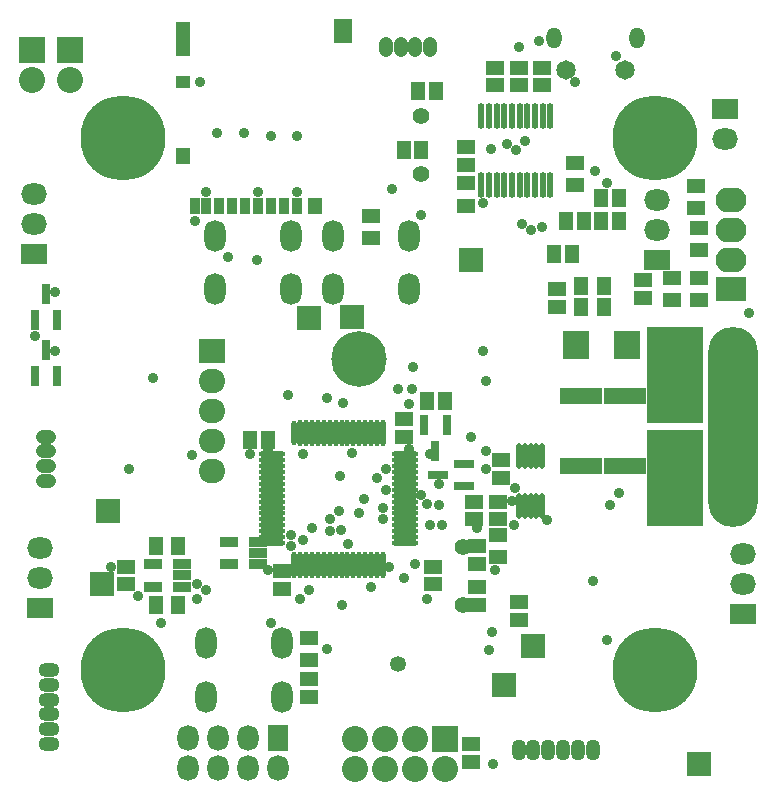
<source format=gbs>
G04*
G04 #@! TF.GenerationSoftware,Altium Limited,Altium Designer,19.1.1 (5)*
G04*
G04 Layer_Color=16711935*
%FSLAX25Y25*%
%MOIN*%
G70*
G01*
G75*
%ADD34R,0.04800X0.06300*%
%ADD35R,0.06300X0.04800*%
%ADD36R,0.06312X0.05131*%
%ADD37R,0.05131X0.06312*%
%ADD41R,0.07099X0.03162*%
%ADD46R,0.08674X0.09800*%
%ADD49O,0.02178X0.08674*%
%ADD50R,0.05918X0.03556*%
%ADD51C,0.08674*%
%ADD52R,0.08674X0.08674*%
%ADD53R,0.08280X0.08280*%
%ADD54R,0.08280X0.08280*%
%ADD55C,0.14580*%
%ADD56C,0.28359*%
%ADD57O,0.08674X0.07099*%
%ADD58R,0.08674X0.07099*%
%ADD59O,0.07099X0.10642*%
%ADD60O,0.06706X0.04934*%
%ADD61O,0.07099X0.08674*%
%ADD62R,0.07099X0.08674*%
%ADD63O,0.07099X0.04934*%
%ADD64O,0.10249X0.08280*%
%ADD65R,0.10249X0.08280*%
%ADD66O,0.04934X0.06706*%
%ADD67O,0.05131X0.07099*%
%ADD68C,0.06509*%
%ADD69C,0.05524*%
%ADD70O,0.04934X0.07099*%
%ADD71C,0.18517*%
%ADD72O,0.08674X0.08280*%
%ADD73R,0.08674X0.08280*%
%ADD74R,0.08674X0.08674*%
%ADD75C,0.03600*%
%ADD76C,0.05300*%
%ADD134O,0.16548X0.48044*%
%ADD135R,0.18517X0.32296*%
%ADD136R,0.03162X0.07099*%
%ADD137R,0.03556X0.05524*%
%ADD138R,0.04737X0.05524*%
%ADD139R,0.04737X0.03950*%
%ADD140R,0.04737X0.11824*%
%ADD141R,0.05918X0.08280*%
%ADD142R,0.14000X0.05500*%
%ADD143O,0.01981X0.08674*%
%ADD144O,0.01784X0.09068*%
%ADD145O,0.01784X0.08300*%
%ADD146O,0.09068X0.01784*%
D34*
X18464Y41339D02*
D03*
X11064D02*
D03*
Y21654D02*
D03*
X18464D02*
D03*
X160196Y127953D02*
D03*
X152796D02*
D03*
Y121063D02*
D03*
X160196D02*
D03*
D35*
X62008Y3190D02*
D03*
Y10590D02*
D03*
X114173Y154765D02*
D03*
Y162165D02*
D03*
X190945Y153879D02*
D03*
Y161279D02*
D03*
X150591Y169054D02*
D03*
Y161654D02*
D03*
X191929Y140001D02*
D03*
Y147401D02*
D03*
X82677Y143938D02*
D03*
Y151338D02*
D03*
X183071Y130668D02*
D03*
Y123268D02*
D03*
X191929D02*
D03*
Y130668D02*
D03*
X125000Y45039D02*
D03*
Y37639D02*
D03*
D36*
X62008Y-2953D02*
D03*
Y-8858D02*
D03*
X125984Y63976D02*
D03*
Y69882D02*
D03*
X114173Y174213D02*
D03*
Y168307D02*
D03*
X144685Y121063D02*
D03*
Y126969D02*
D03*
X139764Y194882D02*
D03*
Y200787D02*
D03*
X131890D02*
D03*
Y194882D02*
D03*
X124016D02*
D03*
Y200787D02*
D03*
X173228Y129921D02*
D03*
Y124016D02*
D03*
X984Y34449D02*
D03*
Y28543D02*
D03*
X131890Y16732D02*
D03*
Y22638D02*
D03*
X93504Y83661D02*
D03*
Y77756D02*
D03*
X103347Y28543D02*
D03*
Y34449D02*
D03*
X118110Y21654D02*
D03*
Y27559D02*
D03*
X118110Y35433D02*
D03*
Y41339D02*
D03*
X117126Y50197D02*
D03*
Y56102D02*
D03*
X125000D02*
D03*
Y50197D02*
D03*
X116142Y-24606D02*
D03*
Y-30512D02*
D03*
X53100Y32953D02*
D03*
Y27047D02*
D03*
D37*
X165354Y157480D02*
D03*
X159449D02*
D03*
X165354Y149606D02*
D03*
X159449D02*
D03*
X147638D02*
D03*
X153543D02*
D03*
X149606Y138779D02*
D03*
X143701D02*
D03*
X104331Y192913D02*
D03*
X98425D02*
D03*
X99410Y173228D02*
D03*
X93504D02*
D03*
X107283Y89567D02*
D03*
X101378D02*
D03*
X48228Y76772D02*
D03*
X42323D02*
D03*
D41*
X113583Y68701D02*
D03*
Y61220D02*
D03*
X104921Y64961D02*
D03*
D46*
X150878Y108268D02*
D03*
X168020D02*
D03*
D49*
X119390Y184646D02*
D03*
X121949D02*
D03*
X124508D02*
D03*
X127067D02*
D03*
X129626D02*
D03*
X132185D02*
D03*
X134744D02*
D03*
X137303D02*
D03*
X139862D02*
D03*
X142421D02*
D03*
X119390Y161811D02*
D03*
X121949D02*
D03*
X124508D02*
D03*
X127067D02*
D03*
X129626D02*
D03*
X132185D02*
D03*
X134744D02*
D03*
X137303D02*
D03*
X139862D02*
D03*
X142421D02*
D03*
D50*
X19488Y35236D02*
D03*
Y31496D02*
D03*
Y27756D02*
D03*
X10039D02*
D03*
Y35236D02*
D03*
X44925Y42740D02*
D03*
Y39000D02*
D03*
Y35260D02*
D03*
X35476D02*
D03*
Y42740D02*
D03*
D51*
X77244Y-32972D02*
D03*
Y-22973D02*
D03*
X87244Y-32972D02*
D03*
Y-22973D02*
D03*
X97244Y-32972D02*
D03*
Y-22973D02*
D03*
X107244Y-32972D02*
D03*
X-30512Y196693D02*
D03*
X-17717D02*
D03*
D52*
X107244Y-22973D02*
D03*
D53*
X-6890Y28543D02*
D03*
X191929Y-31496D02*
D03*
X136700Y8000D02*
D03*
X62100Y117400D02*
D03*
X76200Y117500D02*
D03*
D54*
X-4921Y53150D02*
D03*
X116142Y136811D02*
D03*
X126969Y-4921D02*
D03*
D55*
X203800Y56300D02*
D03*
X203530Y106000D02*
D03*
X184400Y71500D02*
D03*
X183800Y91300D02*
D03*
D56*
X-0Y177165D02*
D03*
X177165D02*
D03*
Y-0D02*
D03*
X-0D02*
D03*
D57*
X-29528Y158780D02*
D03*
Y148779D02*
D03*
X-27559Y40669D02*
D03*
Y30669D02*
D03*
X206693Y28701D02*
D03*
Y38701D02*
D03*
X200787Y177008D02*
D03*
X178149Y146811D02*
D03*
Y156811D02*
D03*
D58*
X-29528Y138779D02*
D03*
X-27559Y20669D02*
D03*
X206693Y18701D02*
D03*
X200787Y187008D02*
D03*
X178149Y136811D02*
D03*
D59*
X69882Y126969D02*
D03*
X95473D02*
D03*
X69882Y144685D02*
D03*
X95473D02*
D03*
X30512Y126969D02*
D03*
X56102D02*
D03*
X30512Y144685D02*
D03*
X56102D02*
D03*
X53150Y8858D02*
D03*
X27559D02*
D03*
X53150Y-8858D02*
D03*
X27559D02*
D03*
D60*
X-25591Y62992D02*
D03*
Y67913D02*
D03*
Y72835D02*
D03*
Y77756D02*
D03*
D61*
X21654Y-32638D02*
D03*
Y-22638D02*
D03*
X31653Y-32638D02*
D03*
Y-22638D02*
D03*
X41653Y-32638D02*
D03*
Y-22638D02*
D03*
X51653Y-32638D02*
D03*
D62*
Y-22638D02*
D03*
D63*
X-24606Y-24606D02*
D03*
Y-19685D02*
D03*
Y-14764D02*
D03*
Y-9842D02*
D03*
Y-4921D02*
D03*
Y-0D02*
D03*
D64*
X202756Y156496D02*
D03*
Y146653D02*
D03*
Y136811D02*
D03*
D65*
Y126969D02*
D03*
D66*
X102362Y207677D02*
D03*
X97441D02*
D03*
X92520D02*
D03*
X87599D02*
D03*
D67*
X143701Y210630D02*
D03*
X171260D02*
D03*
D68*
X147638Y200000D02*
D03*
X167323D02*
D03*
D69*
X99410Y165354D02*
D03*
Y184646D02*
D03*
X113189Y40945D02*
D03*
Y21654D02*
D03*
D70*
X131890Y-26575D02*
D03*
X136811D02*
D03*
X141732D02*
D03*
X146653D02*
D03*
X151575D02*
D03*
X156496D02*
D03*
D71*
X78740Y103543D02*
D03*
D72*
X29528Y66299D02*
D03*
Y76299D02*
D03*
Y86299D02*
D03*
Y96299D02*
D03*
D73*
Y106299D02*
D03*
D74*
X-30512Y206693D02*
D03*
X-17717D02*
D03*
D75*
X71850Y53150D02*
D03*
X68898Y50197D02*
D03*
Y46260D02*
D03*
X62992Y47244D02*
D03*
X105200Y61900D02*
D03*
X141300Y49900D02*
D03*
X130315Y48228D02*
D03*
X129800Y56200D02*
D03*
X105400Y55100D02*
D03*
X106299Y48228D02*
D03*
X102362D02*
D03*
X130734Y60600D02*
D03*
X132874Y148622D02*
D03*
X139764Y147638D02*
D03*
X128075Y175319D02*
D03*
X130905Y173228D02*
D03*
X122600Y173700D02*
D03*
X56000Y45100D02*
D03*
X72700Y46500D02*
D03*
X86614Y50197D02*
D03*
X78740Y52165D02*
D03*
X86614Y54134D02*
D03*
X80300Y57000D02*
D03*
X99300Y58200D02*
D03*
X101300Y55200D02*
D03*
X123100Y12700D02*
D03*
X122000Y6800D02*
D03*
X40400Y178900D02*
D03*
X96778Y101078D02*
D03*
X73400Y89000D02*
D03*
X76300Y72400D02*
D03*
X60100Y71900D02*
D03*
X72158Y64622D02*
D03*
X-29331Y111221D02*
D03*
X48228Y33465D02*
D03*
X82677Y27559D02*
D03*
X161417Y162402D02*
D03*
X-3937Y34449D02*
D03*
X208661Y119095D02*
D03*
X24606Y28543D02*
D03*
X131890Y207677D02*
D03*
X150591Y195866D02*
D03*
X49213Y15748D02*
D03*
X12795D02*
D03*
X95472Y73819D02*
D03*
X97441Y35433D02*
D03*
X116142Y77756D02*
D03*
X42323Y71851D02*
D03*
X48228Y73425D02*
D03*
X9843Y97441D02*
D03*
X72835Y21654D02*
D03*
X67913Y6890D02*
D03*
X-22638Y106299D02*
D03*
Y125984D02*
D03*
X121063Y72835D02*
D03*
X101378Y23622D02*
D03*
X162402Y55118D02*
D03*
X95472Y88583D02*
D03*
X88582Y34449D02*
D03*
X124016Y33465D02*
D03*
X89596Y160433D02*
D03*
X91535Y93504D02*
D03*
X96457D02*
D03*
X138779Y209646D02*
D03*
X164370Y204528D02*
D03*
X62008Y26575D02*
D03*
X27559D02*
D03*
X59055Y23622D02*
D03*
X24606D02*
D03*
X156496Y29528D02*
D03*
X161417Y9843D02*
D03*
X84646Y63976D02*
D03*
X56102Y41339D02*
D03*
X60039Y43307D02*
D03*
X67913Y90551D02*
D03*
X93504Y30512D02*
D03*
X87598Y60039D02*
D03*
X49213Y178150D02*
D03*
X55118Y91535D02*
D03*
X57874Y178150D02*
D03*
X25591Y195866D02*
D03*
X44882Y159449D02*
D03*
X27559D02*
D03*
X23819Y149606D02*
D03*
X57874Y159449D02*
D03*
X135827Y146653D02*
D03*
X99410Y151575D02*
D03*
X102362Y71850D02*
D03*
X121063Y96457D02*
D03*
X157480Y166339D02*
D03*
X133858Y176181D02*
D03*
X4921Y24606D02*
D03*
X87598Y66929D02*
D03*
X31201Y178839D02*
D03*
X118110Y47244D02*
D03*
X165354Y59055D02*
D03*
X121063Y66929D02*
D03*
X120079Y106299D02*
D03*
Y155512D02*
D03*
X74900Y42000D02*
D03*
X22900Y71700D02*
D03*
X2000Y66900D02*
D03*
X44700Y136600D02*
D03*
X35000Y137600D02*
D03*
X123300Y-31500D02*
D03*
D76*
X91535Y1969D02*
D03*
D134*
X203445Y90256D02*
D03*
Y71555D02*
D03*
D135*
X183957Y98425D02*
D03*
Y63976D02*
D03*
D136*
X100394Y81693D02*
D03*
X107874D02*
D03*
X104134Y73032D02*
D03*
X-21850Y116732D02*
D03*
X-29331D02*
D03*
X-25591Y125394D02*
D03*
X-21850Y98032D02*
D03*
X-29331D02*
D03*
X-25591Y106693D02*
D03*
D137*
X57874Y154527D02*
D03*
X53543D02*
D03*
X49213D02*
D03*
X44882D02*
D03*
X40551D02*
D03*
X36220D02*
D03*
X31890D02*
D03*
X27559D02*
D03*
X23819D02*
D03*
D138*
X63977D02*
D03*
X20079Y171457D02*
D03*
D139*
Y195866D02*
D03*
D140*
Y210236D02*
D03*
D141*
X73228Y212992D02*
D03*
D142*
X167323Y91424D02*
D03*
Y68024D02*
D03*
X152559Y91424D02*
D03*
Y68024D02*
D03*
D143*
X131890Y71260D02*
D03*
X133858D02*
D03*
X135827D02*
D03*
X137795D02*
D03*
X139764D02*
D03*
X131890Y54724D02*
D03*
X133858D02*
D03*
X135827D02*
D03*
X137795D02*
D03*
X139764D02*
D03*
D144*
X86614Y79134D02*
D03*
X84646D02*
D03*
X82677D02*
D03*
X80709D02*
D03*
X78740D02*
D03*
X76772D02*
D03*
X74803D02*
D03*
X72835D02*
D03*
X70866D02*
D03*
X68898D02*
D03*
X66929D02*
D03*
X64961D02*
D03*
X62992D02*
D03*
X61024D02*
D03*
X59055D02*
D03*
X57087Y35039D02*
D03*
X59055D02*
D03*
X61024D02*
D03*
X62992D02*
D03*
X64961D02*
D03*
X66929D02*
D03*
X68898D02*
D03*
X70866D02*
D03*
X72835D02*
D03*
X74803D02*
D03*
X76772D02*
D03*
X78740D02*
D03*
X80709D02*
D03*
X82677D02*
D03*
X84646D02*
D03*
X86614D02*
D03*
D145*
X57087Y79134D02*
D03*
D146*
X49803Y71850D02*
D03*
Y69882D02*
D03*
Y67913D02*
D03*
Y65945D02*
D03*
Y63976D02*
D03*
Y62008D02*
D03*
Y60039D02*
D03*
Y58071D02*
D03*
Y56102D02*
D03*
Y54134D02*
D03*
Y52165D02*
D03*
Y50197D02*
D03*
Y48228D02*
D03*
Y46260D02*
D03*
Y44291D02*
D03*
Y42323D02*
D03*
X93898D02*
D03*
Y44291D02*
D03*
Y46260D02*
D03*
Y48228D02*
D03*
Y50197D02*
D03*
Y52165D02*
D03*
Y54134D02*
D03*
Y56102D02*
D03*
Y58071D02*
D03*
Y60039D02*
D03*
Y62008D02*
D03*
Y63976D02*
D03*
Y65945D02*
D03*
Y67913D02*
D03*
Y69882D02*
D03*
Y71850D02*
D03*
M02*

</source>
